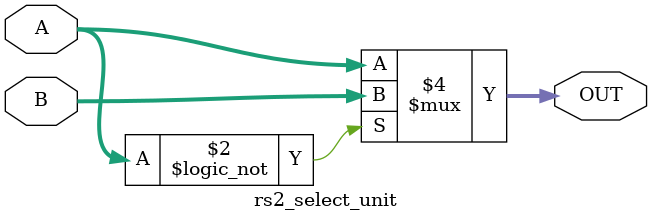
<source format=v>
module rs2_select_unit(
    input [1:0] A,
    input [1:0] B,
    output reg [1:0] OUT
    );
       
    always @(*) begin
        if (A == 2'd0 )
            OUT = B;
        else
            OUT = A;
    end
endmodule
</source>
